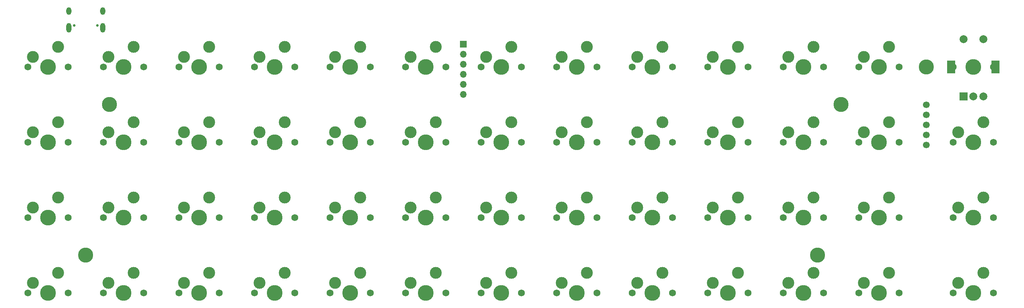
<source format=gts>
G04 #@! TF.GenerationSoftware,KiCad,Pcbnew,(6.0.5-0)*
G04 #@! TF.CreationDate,2022-09-01T08:31:32-05:00*
G04 #@! TF.ProjectId,pcb,7063622e-6b69-4636-9164-5f7063625858,rev?*
G04 #@! TF.SameCoordinates,Original*
G04 #@! TF.FileFunction,Soldermask,Top*
G04 #@! TF.FilePolarity,Negative*
%FSLAX46Y46*%
G04 Gerber Fmt 4.6, Leading zero omitted, Abs format (unit mm)*
G04 Created by KiCad (PCBNEW (6.0.5-0)) date 2022-09-01 08:31:32*
%MOMM*%
%LPD*%
G01*
G04 APERTURE LIST*
%ADD10C,3.000000*%
%ADD11C,1.750000*%
%ADD12C,3.987800*%
%ADD13R,2.000000X2.000000*%
%ADD14C,2.000000*%
%ADD15R,2.000000X3.200000*%
%ADD16C,3.800000*%
%ADD17O,1.700000X1.700000*%
%ADD18R,1.700000X1.700000*%
%ADD19C,0.650000*%
%ADD20O,1.300000X2.400000*%
%ADD21O,1.300000X1.900000*%
%ADD22C,1.700000*%
G04 APERTURE END LIST*
D10*
X121180225Y-50653950D03*
D11*
X119910225Y-53193950D03*
D12*
X124990225Y-53193950D03*
D10*
X127530225Y-48113950D03*
D11*
X130070225Y-53193950D03*
X206270225Y-53193950D03*
D10*
X203730225Y-48113950D03*
X197380225Y-50653950D03*
D11*
X196110225Y-53193950D03*
D12*
X201190225Y-53193950D03*
D11*
X187220225Y-53193950D03*
D10*
X178330225Y-50653950D03*
X184680225Y-48113950D03*
D11*
X177060225Y-53193950D03*
D12*
X182140225Y-53193950D03*
D11*
X168170225Y-53193950D03*
D12*
X163090225Y-53193950D03*
D10*
X165630225Y-48113950D03*
X159280225Y-50653950D03*
D11*
X158010225Y-53193950D03*
X81810225Y-53193950D03*
D12*
X86890225Y-53193950D03*
D10*
X83080225Y-50653950D03*
X89430225Y-48113950D03*
D11*
X91970225Y-53193950D03*
X225320225Y-53193950D03*
D10*
X222780225Y-48113950D03*
D12*
X220240225Y-53193950D03*
D11*
X215160225Y-53193950D03*
D10*
X216430225Y-50653950D03*
D11*
X244370225Y-53193950D03*
D10*
X235480225Y-50653950D03*
X241830225Y-48113950D03*
D11*
X234210225Y-53193950D03*
D12*
X239290225Y-53193950D03*
D11*
X91970225Y-72243950D03*
D12*
X86890225Y-72243950D03*
D10*
X83080225Y-69703950D03*
D11*
X81810225Y-72243950D03*
D10*
X89430225Y-67163950D03*
D11*
X111020225Y-72243950D03*
D10*
X102130225Y-69703950D03*
D11*
X100860225Y-72243950D03*
D10*
X108480225Y-67163950D03*
D12*
X105940225Y-72243950D03*
X144045399Y-72243950D03*
D10*
X146585399Y-67163950D03*
D11*
X138965399Y-72243950D03*
X149125399Y-72243950D03*
D10*
X140235399Y-69703950D03*
X273580225Y-50653950D03*
D12*
X277390225Y-53193950D03*
D10*
X279930225Y-48113950D03*
D11*
X272310225Y-53193950D03*
X282470225Y-53193950D03*
D10*
X165630225Y-67163950D03*
X159280225Y-69703950D03*
D11*
X168170225Y-72243950D03*
X158010225Y-72243950D03*
D12*
X163090225Y-72243950D03*
D11*
X187220225Y-72243950D03*
D12*
X182140225Y-72243950D03*
D11*
X177060225Y-72243950D03*
D10*
X184680225Y-67163950D03*
X178330225Y-69703950D03*
D11*
X196110225Y-72243950D03*
D12*
X201190225Y-72243950D03*
D10*
X203730225Y-67163950D03*
D11*
X206270225Y-72243950D03*
D10*
X197380225Y-69703950D03*
D11*
X111020225Y-110343950D03*
D12*
X105940225Y-110343950D03*
D11*
X100860225Y-110343950D03*
D10*
X108480225Y-105263950D03*
X102130225Y-107803950D03*
D11*
X119910225Y-110343950D03*
D10*
X127530225Y-105263950D03*
D11*
X130070225Y-110343950D03*
D12*
X124990225Y-110343950D03*
D10*
X121180225Y-107803950D03*
X140230225Y-107803950D03*
X146580225Y-105263950D03*
D12*
X144040225Y-110343950D03*
D11*
X149120225Y-110343950D03*
X138960225Y-110343950D03*
D10*
X159280225Y-107803950D03*
D11*
X168170225Y-110343950D03*
D10*
X165630225Y-105263950D03*
D11*
X158010225Y-110343950D03*
D12*
X163090225Y-110343950D03*
X182140225Y-110343950D03*
D11*
X187220225Y-110343950D03*
D10*
X178330225Y-107803950D03*
X184680225Y-105263950D03*
D11*
X177060225Y-110343950D03*
D12*
X220240225Y-110343950D03*
D11*
X225320225Y-110343950D03*
D10*
X222780225Y-105263950D03*
D11*
X215160225Y-110343950D03*
D10*
X216430225Y-107803950D03*
X241830225Y-105263950D03*
X235480225Y-107803950D03*
D11*
X244370225Y-110343950D03*
X234210225Y-110343950D03*
D12*
X239290225Y-110343950D03*
D11*
X253260225Y-110343950D03*
D10*
X254530225Y-107803950D03*
X260880225Y-105263950D03*
D11*
X263420225Y-110343950D03*
D12*
X258340225Y-110343950D03*
D10*
X279930225Y-105263950D03*
D12*
X277390225Y-110343950D03*
D11*
X282470225Y-110343950D03*
X272310225Y-110343950D03*
D10*
X273580225Y-107803950D03*
D11*
X196110225Y-110343950D03*
X206270225Y-110343950D03*
D10*
X203730225Y-105263950D03*
D12*
X201190225Y-110343950D03*
D10*
X197380225Y-107803950D03*
X279930225Y-86213950D03*
D12*
X277390225Y-91293950D03*
D10*
X273580225Y-88753950D03*
D11*
X272310225Y-91293950D03*
X282470225Y-91293950D03*
X253260225Y-91293950D03*
D10*
X260880225Y-86213950D03*
D12*
X258340225Y-91293950D03*
D10*
X254530225Y-88753950D03*
D11*
X263420225Y-91293950D03*
D10*
X216430225Y-88753950D03*
D11*
X215160225Y-91293950D03*
D10*
X222780225Y-86213950D03*
D11*
X225320225Y-91293950D03*
D12*
X220240225Y-91293950D03*
D11*
X187220225Y-91293950D03*
X177060225Y-91293950D03*
D12*
X182140225Y-91293950D03*
D10*
X184680225Y-86213950D03*
X178330225Y-88753950D03*
D11*
X138960225Y-91293950D03*
D10*
X146580225Y-86213950D03*
D11*
X149120225Y-91293950D03*
D12*
X144040225Y-91293950D03*
D10*
X140230225Y-88753950D03*
X83080225Y-88753950D03*
X89430225Y-86213950D03*
D11*
X91970225Y-91293950D03*
X81810225Y-91293950D03*
D12*
X86890225Y-91293950D03*
D11*
X158010225Y-91293950D03*
D10*
X159280225Y-88753950D03*
X165630225Y-86213950D03*
D11*
X168170225Y-91293950D03*
D12*
X163090225Y-91293950D03*
D10*
X298980225Y-67163950D03*
D11*
X301520225Y-72243950D03*
D10*
X292630225Y-69703950D03*
D11*
X291360225Y-72243950D03*
D12*
X296440225Y-72243950D03*
D10*
X127530225Y-86213950D03*
D11*
X130070225Y-91293950D03*
D10*
X121180225Y-88753950D03*
D11*
X119910225Y-91293950D03*
D12*
X124990225Y-91293950D03*
X105940225Y-91293950D03*
D11*
X111020225Y-91293950D03*
D10*
X108480225Y-86213950D03*
X102130225Y-88753950D03*
D11*
X100860225Y-91293950D03*
X263420225Y-72243950D03*
D10*
X260880225Y-67163950D03*
D12*
X258340225Y-72243950D03*
D10*
X254530225Y-69703950D03*
D11*
X253260225Y-72243950D03*
X234210225Y-72243950D03*
D10*
X241830225Y-67163950D03*
D12*
X239290225Y-72243950D03*
D10*
X235480225Y-69703950D03*
D11*
X244370225Y-72243950D03*
D10*
X273580225Y-69703950D03*
D12*
X277390225Y-72243950D03*
D11*
X282470225Y-72243950D03*
D10*
X279930225Y-67163950D03*
D11*
X272310225Y-72243950D03*
D10*
X298980225Y-105263950D03*
D11*
X291360225Y-110343950D03*
D12*
X296440225Y-110343950D03*
D11*
X301520225Y-110343950D03*
D10*
X292630225Y-107803950D03*
X298980225Y-86213950D03*
X292630225Y-88753950D03*
D12*
X296440225Y-91293950D03*
D11*
X301520225Y-91293950D03*
X291360225Y-91293950D03*
D10*
X292630225Y-50653950D03*
D12*
X296440225Y-53193950D03*
D11*
X301520225Y-53193950D03*
X291360225Y-53193950D03*
D10*
X298980225Y-48113950D03*
D13*
X317752725Y-60693950D03*
D14*
X322752725Y-60693950D03*
X320252725Y-60693950D03*
D15*
X314652725Y-53193950D03*
X325852725Y-53193950D03*
D14*
X322752725Y-46193950D03*
X317752725Y-46193950D03*
D10*
X108480225Y-48113950D03*
X102130225Y-50653950D03*
D11*
X111020225Y-53193950D03*
X100860225Y-53193950D03*
D12*
X105940225Y-53193950D03*
X144040225Y-53193950D03*
D11*
X149120225Y-53193950D03*
D10*
X140230225Y-50653950D03*
D11*
X138960225Y-53193950D03*
D10*
X146580225Y-48113950D03*
D12*
X320252785Y-110344230D03*
D10*
X322792785Y-105264230D03*
D11*
X315172785Y-110344230D03*
X325332785Y-110344230D03*
D10*
X316442785Y-107804230D03*
D11*
X315172785Y-72244070D03*
D10*
X316442785Y-69704070D03*
X322792785Y-67164070D03*
D11*
X325332785Y-72244070D03*
D12*
X320252785Y-72244070D03*
D10*
X316442785Y-88754150D03*
X322792785Y-86214150D03*
D11*
X325332785Y-91294150D03*
D12*
X320252785Y-91294150D03*
D11*
X315172785Y-91294150D03*
D12*
X201190225Y-91293950D03*
D10*
X203730225Y-86213950D03*
D11*
X206270225Y-91293950D03*
X196110225Y-91293950D03*
D10*
X197380225Y-88753950D03*
X241830225Y-86213950D03*
D11*
X244370225Y-91293950D03*
D12*
X239290225Y-91293950D03*
D11*
X234210225Y-91293950D03*
D10*
X235480225Y-88753950D03*
D11*
X91970225Y-110343950D03*
D10*
X89430225Y-105263950D03*
D11*
X81810225Y-110343950D03*
D10*
X83080225Y-107803950D03*
D12*
X86890225Y-110343950D03*
D10*
X254530225Y-50653950D03*
X260880225Y-48113950D03*
D11*
X253260225Y-53193950D03*
D12*
X258340225Y-53193950D03*
D11*
X263420225Y-53193950D03*
D10*
X121180225Y-69703950D03*
X127530225Y-67163950D03*
D11*
X119910225Y-72243950D03*
D12*
X124990225Y-72243950D03*
D11*
X130070225Y-72243950D03*
X215160225Y-72243950D03*
D12*
X220240225Y-72243950D03*
D10*
X222780225Y-67163950D03*
D11*
X225320225Y-72243950D03*
D10*
X216430225Y-69703950D03*
D16*
X308346661Y-53193950D03*
X286915393Y-62718958D03*
X280962271Y-100818990D03*
X96415233Y-100818990D03*
X102368363Y-62718958D03*
D11*
X325332725Y-53193950D03*
D12*
X320252725Y-53193950D03*
D11*
X315172725Y-53193950D03*
D17*
X191665313Y-60143950D03*
X191665313Y-49983950D03*
X191665313Y-55063950D03*
X191665313Y-57603950D03*
X191665313Y-52523950D03*
D18*
X191665313Y-47443950D03*
D19*
X93525217Y-42765450D03*
X99305217Y-42765450D03*
D20*
X92115217Y-43316450D03*
X100715217Y-43316450D03*
D21*
X100715217Y-39116450D03*
X92115217Y-39116450D03*
D22*
X308390225Y-67843950D03*
X308390225Y-70383950D03*
X308390225Y-72923950D03*
X308390225Y-65303950D03*
X308390225Y-62763950D03*
M02*

</source>
